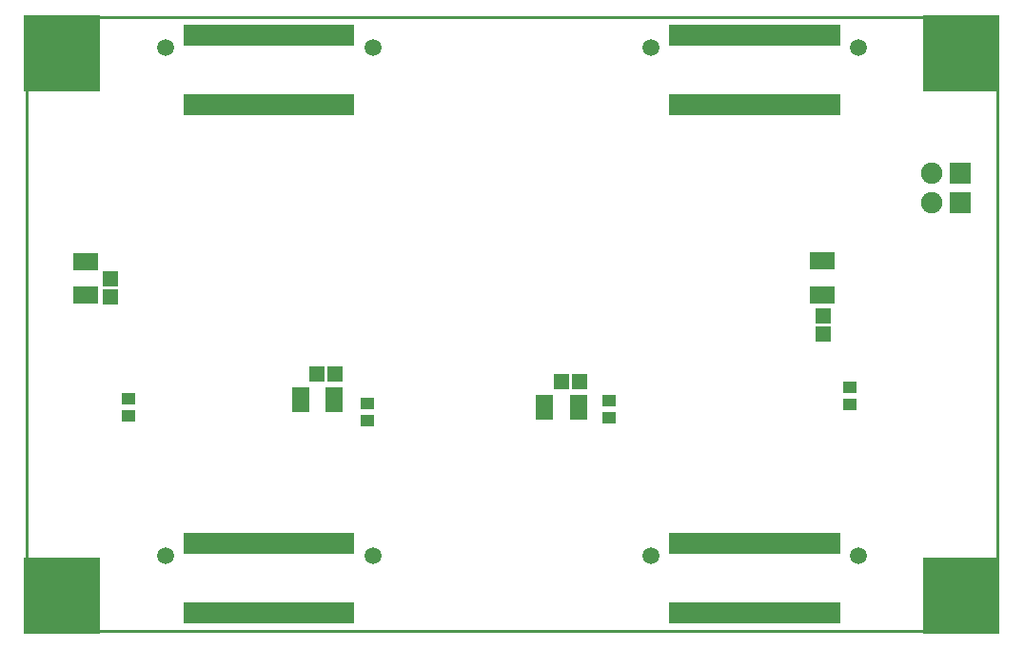
<source format=gts>
G04 Layer_Color=8388736*
%FSLAX43Y43*%
%MOMM*%
G71*
G01*
G75*
%ADD19C,0.100*%
%ADD20C,0.254*%
%ADD27C,1.900*%
%ADD32R,1.300X1.100*%
%ADD33R,2.200X1.550*%
%ADD34R,1.400X1.350*%
%ADD35R,0.705X1.848*%
%ADD36R,1.350X1.400*%
%ADD37R,1.550X2.200*%
%ADD38R,1.900X1.900*%
%ADD39C,1.516*%
%ADD40R,6.750X6.750*%
D19*
X80010Y48260D02*
X86360D01*
X80010D02*
Y54610D01*
Y0D02*
Y6350D01*
X86360D01*
X0Y48260D02*
X6350D01*
Y54610D01*
Y0D02*
Y6350D01*
X0D02*
X6350D01*
D20*
X0Y54610D02*
X86360D01*
Y0D02*
Y54610D01*
X0Y0D02*
X86360D01*
X0D02*
Y54610D01*
D27*
X80550Y40725D02*
D03*
Y38175D02*
D03*
D32*
X30350Y20275D02*
D03*
Y18775D02*
D03*
X73200Y21675D02*
D03*
Y20175D02*
D03*
X9025Y20650D02*
D03*
Y19150D02*
D03*
X51775Y20525D02*
D03*
Y19025D02*
D03*
D33*
X70800Y32950D02*
D03*
Y29950D02*
D03*
X5213Y32917D02*
D03*
Y29917D02*
D03*
D34*
X70850Y26425D02*
D03*
Y28025D02*
D03*
X7425Y31375D02*
D03*
Y29775D02*
D03*
D35*
X72033Y46832D02*
D03*
Y53004D02*
D03*
X71532Y46832D02*
D03*
Y53004D02*
D03*
X71033Y46832D02*
D03*
Y53004D02*
D03*
X70532Y46832D02*
D03*
Y53004D02*
D03*
X70032Y46832D02*
D03*
Y53004D02*
D03*
X69532Y46832D02*
D03*
Y53004D02*
D03*
X69032Y46832D02*
D03*
Y53004D02*
D03*
X68532Y46832D02*
D03*
Y53004D02*
D03*
X68032Y46832D02*
D03*
Y53004D02*
D03*
X67532Y46832D02*
D03*
Y53004D02*
D03*
X67032Y46832D02*
D03*
Y53004D02*
D03*
X66532Y46832D02*
D03*
Y53004D02*
D03*
X66032Y46832D02*
D03*
Y53004D02*
D03*
X65532Y46832D02*
D03*
Y53004D02*
D03*
X65032Y46832D02*
D03*
Y53004D02*
D03*
X64532Y46832D02*
D03*
Y53004D02*
D03*
X64032Y46832D02*
D03*
Y53004D02*
D03*
X63532Y46832D02*
D03*
Y53004D02*
D03*
X63032Y46832D02*
D03*
Y53004D02*
D03*
X62532Y46832D02*
D03*
Y53004D02*
D03*
X62032Y46832D02*
D03*
Y53004D02*
D03*
X61533Y46832D02*
D03*
Y53004D02*
D03*
X61032Y46832D02*
D03*
Y53004D02*
D03*
X60533Y46832D02*
D03*
Y53004D02*
D03*
X60032Y46832D02*
D03*
Y53004D02*
D03*
X59533Y46832D02*
D03*
Y53004D02*
D03*
X59032Y46832D02*
D03*
Y53004D02*
D03*
X58533Y46832D02*
D03*
Y53004D02*
D03*
X58032Y46832D02*
D03*
Y53004D02*
D03*
X57532Y46832D02*
D03*
Y53004D02*
D03*
X28828Y1612D02*
D03*
Y7784D02*
D03*
X28328Y1612D02*
D03*
Y7784D02*
D03*
X27828Y1612D02*
D03*
Y7784D02*
D03*
X27328Y1612D02*
D03*
Y7784D02*
D03*
X26827Y1612D02*
D03*
Y7784D02*
D03*
X26328Y1612D02*
D03*
Y7784D02*
D03*
X25827Y1612D02*
D03*
Y7784D02*
D03*
X25328Y1612D02*
D03*
Y7784D02*
D03*
X24827Y1612D02*
D03*
Y7784D02*
D03*
X24328Y1612D02*
D03*
Y7784D02*
D03*
X23828Y1612D02*
D03*
Y7784D02*
D03*
X23328Y1612D02*
D03*
Y7784D02*
D03*
X22828Y1612D02*
D03*
Y7784D02*
D03*
X22328Y1612D02*
D03*
Y7784D02*
D03*
X21828Y1612D02*
D03*
Y7784D02*
D03*
X21328Y1612D02*
D03*
Y7784D02*
D03*
X20828Y1612D02*
D03*
Y7784D02*
D03*
X20328Y1612D02*
D03*
Y7784D02*
D03*
X19828Y1612D02*
D03*
Y7784D02*
D03*
X19328Y1612D02*
D03*
Y7784D02*
D03*
X18828Y1612D02*
D03*
Y7784D02*
D03*
X18328Y1612D02*
D03*
Y7784D02*
D03*
X17828Y1612D02*
D03*
Y7784D02*
D03*
X17328Y1612D02*
D03*
Y7784D02*
D03*
X16828Y1612D02*
D03*
Y7784D02*
D03*
X16328Y1612D02*
D03*
Y7784D02*
D03*
X15828Y1612D02*
D03*
Y7784D02*
D03*
X15328Y1612D02*
D03*
Y7784D02*
D03*
X14828Y1612D02*
D03*
Y7784D02*
D03*
X14328Y1612D02*
D03*
Y7784D02*
D03*
X28828Y46832D02*
D03*
Y53004D02*
D03*
X28328Y46832D02*
D03*
Y53004D02*
D03*
X27828Y46832D02*
D03*
Y53004D02*
D03*
X27328Y46832D02*
D03*
Y53004D02*
D03*
X26827Y46832D02*
D03*
Y53004D02*
D03*
X26328Y46832D02*
D03*
Y53004D02*
D03*
X25827Y46832D02*
D03*
Y53004D02*
D03*
X25328Y46832D02*
D03*
Y53004D02*
D03*
X24827Y46832D02*
D03*
Y53004D02*
D03*
X24328Y46832D02*
D03*
Y53004D02*
D03*
X23828Y46832D02*
D03*
Y53004D02*
D03*
X23328Y46832D02*
D03*
Y53004D02*
D03*
X22828Y46832D02*
D03*
Y53004D02*
D03*
X22328Y46832D02*
D03*
Y53004D02*
D03*
X21828Y46832D02*
D03*
Y53004D02*
D03*
X21328Y46832D02*
D03*
Y53004D02*
D03*
X20828Y46832D02*
D03*
Y53004D02*
D03*
X20328Y46832D02*
D03*
Y53004D02*
D03*
X19828Y46832D02*
D03*
Y53004D02*
D03*
X19328Y46832D02*
D03*
Y53004D02*
D03*
X18828Y46832D02*
D03*
Y53004D02*
D03*
X18328Y46832D02*
D03*
Y53004D02*
D03*
X17828Y46832D02*
D03*
Y53004D02*
D03*
X17328Y46832D02*
D03*
Y53004D02*
D03*
X16828Y46832D02*
D03*
Y53004D02*
D03*
X16328Y46832D02*
D03*
Y53004D02*
D03*
X15828Y46832D02*
D03*
Y53004D02*
D03*
X15328Y46832D02*
D03*
Y53004D02*
D03*
X14828Y46832D02*
D03*
Y53004D02*
D03*
X14328Y46832D02*
D03*
Y53004D02*
D03*
X72033Y1612D02*
D03*
Y7784D02*
D03*
X71532Y1612D02*
D03*
Y7784D02*
D03*
X71033Y1612D02*
D03*
Y7784D02*
D03*
X70532Y1612D02*
D03*
Y7784D02*
D03*
X70032Y1612D02*
D03*
Y7784D02*
D03*
X69532Y1612D02*
D03*
Y7784D02*
D03*
X69032Y1612D02*
D03*
Y7784D02*
D03*
X68532Y1612D02*
D03*
Y7784D02*
D03*
X68032Y1612D02*
D03*
Y7784D02*
D03*
X67532Y1612D02*
D03*
Y7784D02*
D03*
X67032Y1612D02*
D03*
Y7784D02*
D03*
X66532Y1612D02*
D03*
Y7784D02*
D03*
X66032Y1612D02*
D03*
Y7784D02*
D03*
X65532Y1612D02*
D03*
Y7784D02*
D03*
X65032Y1612D02*
D03*
Y7784D02*
D03*
X64532Y1612D02*
D03*
Y7784D02*
D03*
X64032Y1612D02*
D03*
Y7784D02*
D03*
X63532Y1612D02*
D03*
Y7784D02*
D03*
X63032Y1612D02*
D03*
Y7784D02*
D03*
X62532Y1612D02*
D03*
Y7784D02*
D03*
X62032Y1612D02*
D03*
Y7784D02*
D03*
X61533Y1612D02*
D03*
Y7784D02*
D03*
X61032Y1612D02*
D03*
Y7784D02*
D03*
X60533Y1612D02*
D03*
Y7784D02*
D03*
X60032Y1612D02*
D03*
Y7784D02*
D03*
X59533Y1612D02*
D03*
Y7784D02*
D03*
X59032Y1612D02*
D03*
Y7784D02*
D03*
X58533Y1612D02*
D03*
Y7784D02*
D03*
X58032Y1612D02*
D03*
Y7784D02*
D03*
X57532Y1612D02*
D03*
Y7784D02*
D03*
D36*
X25842Y22862D02*
D03*
X27442D02*
D03*
X47625Y22200D02*
D03*
X49225D02*
D03*
D37*
X24350Y20600D02*
D03*
X27350D02*
D03*
X46100Y19950D02*
D03*
X49100D02*
D03*
D38*
X83090Y40725D02*
D03*
Y38175D02*
D03*
D39*
X74020Y51950D02*
D03*
X55545D02*
D03*
X30815Y6730D02*
D03*
X12340D02*
D03*
X30815Y51950D02*
D03*
X12340D02*
D03*
X74020Y6730D02*
D03*
X55545D02*
D03*
D40*
X83185Y3175D02*
D03*
Y51435D02*
D03*
X3175D02*
D03*
Y3175D02*
D03*
M02*

</source>
